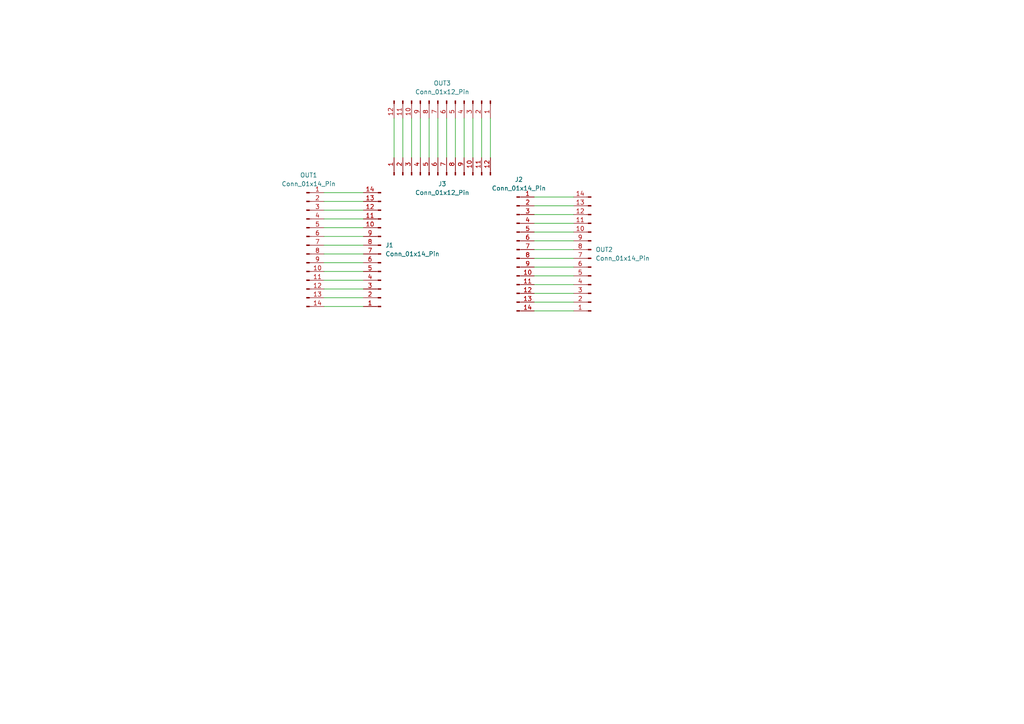
<source format=kicad_sch>
(kicad_sch (version 20230121) (generator eeschema)

  (uuid 94091b7a-adfc-4788-8a89-35b14b3100ed)

  (paper "A4")

  (lib_symbols
    (symbol "Connector:Conn_01x12_Pin" (pin_names (offset 1.016) hide) (in_bom yes) (on_board yes)
      (property "Reference" "J" (at 0 15.24 0)
        (effects (font (size 1.27 1.27)))
      )
      (property "Value" "Conn_01x12_Pin" (at 0 -17.78 0)
        (effects (font (size 1.27 1.27)))
      )
      (property "Footprint" "" (at 0 0 0)
        (effects (font (size 1.27 1.27)) hide)
      )
      (property "Datasheet" "~" (at 0 0 0)
        (effects (font (size 1.27 1.27)) hide)
      )
      (property "ki_locked" "" (at 0 0 0)
        (effects (font (size 1.27 1.27)))
      )
      (property "ki_keywords" "connector" (at 0 0 0)
        (effects (font (size 1.27 1.27)) hide)
      )
      (property "ki_description" "Generic connector, single row, 01x12, script generated" (at 0 0 0)
        (effects (font (size 1.27 1.27)) hide)
      )
      (property "ki_fp_filters" "Connector*:*_1x??_*" (at 0 0 0)
        (effects (font (size 1.27 1.27)) hide)
      )
      (symbol "Conn_01x12_Pin_1_1"
        (polyline
          (pts
            (xy 1.27 -15.24)
            (xy 0.8636 -15.24)
          )
          (stroke (width 0.1524) (type default))
          (fill (type none))
        )
        (polyline
          (pts
            (xy 1.27 -12.7)
            (xy 0.8636 -12.7)
          )
          (stroke (width 0.1524) (type default))
          (fill (type none))
        )
        (polyline
          (pts
            (xy 1.27 -10.16)
            (xy 0.8636 -10.16)
          )
          (stroke (width 0.1524) (type default))
          (fill (type none))
        )
        (polyline
          (pts
            (xy 1.27 -7.62)
            (xy 0.8636 -7.62)
          )
          (stroke (width 0.1524) (type default))
          (fill (type none))
        )
        (polyline
          (pts
            (xy 1.27 -5.08)
            (xy 0.8636 -5.08)
          )
          (stroke (width 0.1524) (type default))
          (fill (type none))
        )
        (polyline
          (pts
            (xy 1.27 -2.54)
            (xy 0.8636 -2.54)
          )
          (stroke (width 0.1524) (type default))
          (fill (type none))
        )
        (polyline
          (pts
            (xy 1.27 0)
            (xy 0.8636 0)
          )
          (stroke (width 0.1524) (type default))
          (fill (type none))
        )
        (polyline
          (pts
            (xy 1.27 2.54)
            (xy 0.8636 2.54)
          )
          (stroke (width 0.1524) (type default))
          (fill (type none))
        )
        (polyline
          (pts
            (xy 1.27 5.08)
            (xy 0.8636 5.08)
          )
          (stroke (width 0.1524) (type default))
          (fill (type none))
        )
        (polyline
          (pts
            (xy 1.27 7.62)
            (xy 0.8636 7.62)
          )
          (stroke (width 0.1524) (type default))
          (fill (type none))
        )
        (polyline
          (pts
            (xy 1.27 10.16)
            (xy 0.8636 10.16)
          )
          (stroke (width 0.1524) (type default))
          (fill (type none))
        )
        (polyline
          (pts
            (xy 1.27 12.7)
            (xy 0.8636 12.7)
          )
          (stroke (width 0.1524) (type default))
          (fill (type none))
        )
        (rectangle (start 0.8636 -15.113) (end 0 -15.367)
          (stroke (width 0.1524) (type default))
          (fill (type outline))
        )
        (rectangle (start 0.8636 -12.573) (end 0 -12.827)
          (stroke (width 0.1524) (type default))
          (fill (type outline))
        )
        (rectangle (start 0.8636 -10.033) (end 0 -10.287)
          (stroke (width 0.1524) (type default))
          (fill (type outline))
        )
        (rectangle (start 0.8636 -7.493) (end 0 -7.747)
          (stroke (width 0.1524) (type default))
          (fill (type outline))
        )
        (rectangle (start 0.8636 -4.953) (end 0 -5.207)
          (stroke (width 0.1524) (type default))
          (fill (type outline))
        )
        (rectangle (start 0.8636 -2.413) (end 0 -2.667)
          (stroke (width 0.1524) (type default))
          (fill (type outline))
        )
        (rectangle (start 0.8636 0.127) (end 0 -0.127)
          (stroke (width 0.1524) (type default))
          (fill (type outline))
        )
        (rectangle (start 0.8636 2.667) (end 0 2.413)
          (stroke (width 0.1524) (type default))
          (fill (type outline))
        )
        (rectangle (start 0.8636 5.207) (end 0 4.953)
          (stroke (width 0.1524) (type default))
          (fill (type outline))
        )
        (rectangle (start 0.8636 7.747) (end 0 7.493)
          (stroke (width 0.1524) (type default))
          (fill (type outline))
        )
        (rectangle (start 0.8636 10.287) (end 0 10.033)
          (stroke (width 0.1524) (type default))
          (fill (type outline))
        )
        (rectangle (start 0.8636 12.827) (end 0 12.573)
          (stroke (width 0.1524) (type default))
          (fill (type outline))
        )
        (pin passive line (at 5.08 12.7 180) (length 3.81)
          (name "Pin_1" (effects (font (size 1.27 1.27))))
          (number "1" (effects (font (size 1.27 1.27))))
        )
        (pin passive line (at 5.08 -10.16 180) (length 3.81)
          (name "Pin_10" (effects (font (size 1.27 1.27))))
          (number "10" (effects (font (size 1.27 1.27))))
        )
        (pin passive line (at 5.08 -12.7 180) (length 3.81)
          (name "Pin_11" (effects (font (size 1.27 1.27))))
          (number "11" (effects (font (size 1.27 1.27))))
        )
        (pin passive line (at 5.08 -15.24 180) (length 3.81)
          (name "Pin_12" (effects (font (size 1.27 1.27))))
          (number "12" (effects (font (size 1.27 1.27))))
        )
        (pin passive line (at 5.08 10.16 180) (length 3.81)
          (name "Pin_2" (effects (font (size 1.27 1.27))))
          (number "2" (effects (font (size 1.27 1.27))))
        )
        (pin passive line (at 5.08 7.62 180) (length 3.81)
          (name "Pin_3" (effects (font (size 1.27 1.27))))
          (number "3" (effects (font (size 1.27 1.27))))
        )
        (pin passive line (at 5.08 5.08 180) (length 3.81)
          (name "Pin_4" (effects (font (size 1.27 1.27))))
          (number "4" (effects (font (size 1.27 1.27))))
        )
        (pin passive line (at 5.08 2.54 180) (length 3.81)
          (name "Pin_5" (effects (font (size 1.27 1.27))))
          (number "5" (effects (font (size 1.27 1.27))))
        )
        (pin passive line (at 5.08 0 180) (length 3.81)
          (name "Pin_6" (effects (font (size 1.27 1.27))))
          (number "6" (effects (font (size 1.27 1.27))))
        )
        (pin passive line (at 5.08 -2.54 180) (length 3.81)
          (name "Pin_7" (effects (font (size 1.27 1.27))))
          (number "7" (effects (font (size 1.27 1.27))))
        )
        (pin passive line (at 5.08 -5.08 180) (length 3.81)
          (name "Pin_8" (effects (font (size 1.27 1.27))))
          (number "8" (effects (font (size 1.27 1.27))))
        )
        (pin passive line (at 5.08 -7.62 180) (length 3.81)
          (name "Pin_9" (effects (font (size 1.27 1.27))))
          (number "9" (effects (font (size 1.27 1.27))))
        )
      )
    )
    (symbol "Connector:Conn_01x14_Pin" (pin_names (offset 1.016) hide) (in_bom yes) (on_board yes)
      (property "Reference" "J" (at 0 17.78 0)
        (effects (font (size 1.27 1.27)))
      )
      (property "Value" "Conn_01x14_Pin" (at 0 -20.32 0)
        (effects (font (size 1.27 1.27)))
      )
      (property "Footprint" "" (at 0 0 0)
        (effects (font (size 1.27 1.27)) hide)
      )
      (property "Datasheet" "~" (at 0 0 0)
        (effects (font (size 1.27 1.27)) hide)
      )
      (property "ki_locked" "" (at 0 0 0)
        (effects (font (size 1.27 1.27)))
      )
      (property "ki_keywords" "connector" (at 0 0 0)
        (effects (font (size 1.27 1.27)) hide)
      )
      (property "ki_description" "Generic connector, single row, 01x14, script generated" (at 0 0 0)
        (effects (font (size 1.27 1.27)) hide)
      )
      (property "ki_fp_filters" "Connector*:*_1x??_*" (at 0 0 0)
        (effects (font (size 1.27 1.27)) hide)
      )
      (symbol "Conn_01x14_Pin_1_1"
        (polyline
          (pts
            (xy 1.27 -17.78)
            (xy 0.8636 -17.78)
          )
          (stroke (width 0.1524) (type default))
          (fill (type none))
        )
        (polyline
          (pts
            (xy 1.27 -15.24)
            (xy 0.8636 -15.24)
          )
          (stroke (width 0.1524) (type default))
          (fill (type none))
        )
        (polyline
          (pts
            (xy 1.27 -12.7)
            (xy 0.8636 -12.7)
          )
          (stroke (width 0.1524) (type default))
          (fill (type none))
        )
        (polyline
          (pts
            (xy 1.27 -10.16)
            (xy 0.8636 -10.16)
          )
          (stroke (width 0.1524) (type default))
          (fill (type none))
        )
        (polyline
          (pts
            (xy 1.27 -7.62)
            (xy 0.8636 -7.62)
          )
          (stroke (width 0.1524) (type default))
          (fill (type none))
        )
        (polyline
          (pts
            (xy 1.27 -5.08)
            (xy 0.8636 -5.08)
          )
          (stroke (width 0.1524) (type default))
          (fill (type none))
        )
        (polyline
          (pts
            (xy 1.27 -2.54)
            (xy 0.8636 -2.54)
          )
          (stroke (width 0.1524) (type default))
          (fill (type none))
        )
        (polyline
          (pts
            (xy 1.27 0)
            (xy 0.8636 0)
          )
          (stroke (width 0.1524) (type default))
          (fill (type none))
        )
        (polyline
          (pts
            (xy 1.27 2.54)
            (xy 0.8636 2.54)
          )
          (stroke (width 0.1524) (type default))
          (fill (type none))
        )
        (polyline
          (pts
            (xy 1.27 5.08)
            (xy 0.8636 5.08)
          )
          (stroke (width 0.1524) (type default))
          (fill (type none))
        )
        (polyline
          (pts
            (xy 1.27 7.62)
            (xy 0.8636 7.62)
          )
          (stroke (width 0.1524) (type default))
          (fill (type none))
        )
        (polyline
          (pts
            (xy 1.27 10.16)
            (xy 0.8636 10.16)
          )
          (stroke (width 0.1524) (type default))
          (fill (type none))
        )
        (polyline
          (pts
            (xy 1.27 12.7)
            (xy 0.8636 12.7)
          )
          (stroke (width 0.1524) (type default))
          (fill (type none))
        )
        (polyline
          (pts
            (xy 1.27 15.24)
            (xy 0.8636 15.24)
          )
          (stroke (width 0.1524) (type default))
          (fill (type none))
        )
        (rectangle (start 0.8636 -17.653) (end 0 -17.907)
          (stroke (width 0.1524) (type default))
          (fill (type outline))
        )
        (rectangle (start 0.8636 -15.113) (end 0 -15.367)
          (stroke (width 0.1524) (type default))
          (fill (type outline))
        )
        (rectangle (start 0.8636 -12.573) (end 0 -12.827)
          (stroke (width 0.1524) (type default))
          (fill (type outline))
        )
        (rectangle (start 0.8636 -10.033) (end 0 -10.287)
          (stroke (width 0.1524) (type default))
          (fill (type outline))
        )
        (rectangle (start 0.8636 -7.493) (end 0 -7.747)
          (stroke (width 0.1524) (type default))
          (fill (type outline))
        )
        (rectangle (start 0.8636 -4.953) (end 0 -5.207)
          (stroke (width 0.1524) (type default))
          (fill (type outline))
        )
        (rectangle (start 0.8636 -2.413) (end 0 -2.667)
          (stroke (width 0.1524) (type default))
          (fill (type outline))
        )
        (rectangle (start 0.8636 0.127) (end 0 -0.127)
          (stroke (width 0.1524) (type default))
          (fill (type outline))
        )
        (rectangle (start 0.8636 2.667) (end 0 2.413)
          (stroke (width 0.1524) (type default))
          (fill (type outline))
        )
        (rectangle (start 0.8636 5.207) (end 0 4.953)
          (stroke (width 0.1524) (type default))
          (fill (type outline))
        )
        (rectangle (start 0.8636 7.747) (end 0 7.493)
          (stroke (width 0.1524) (type default))
          (fill (type outline))
        )
        (rectangle (start 0.8636 10.287) (end 0 10.033)
          (stroke (width 0.1524) (type default))
          (fill (type outline))
        )
        (rectangle (start 0.8636 12.827) (end 0 12.573)
          (stroke (width 0.1524) (type default))
          (fill (type outline))
        )
        (rectangle (start 0.8636 15.367) (end 0 15.113)
          (stroke (width 0.1524) (type default))
          (fill (type outline))
        )
        (pin passive line (at 5.08 15.24 180) (length 3.81)
          (name "Pin_1" (effects (font (size 1.27 1.27))))
          (number "1" (effects (font (size 1.27 1.27))))
        )
        (pin passive line (at 5.08 -7.62 180) (length 3.81)
          (name "Pin_10" (effects (font (size 1.27 1.27))))
          (number "10" (effects (font (size 1.27 1.27))))
        )
        (pin passive line (at 5.08 -10.16 180) (length 3.81)
          (name "Pin_11" (effects (font (size 1.27 1.27))))
          (number "11" (effects (font (size 1.27 1.27))))
        )
        (pin passive line (at 5.08 -12.7 180) (length 3.81)
          (name "Pin_12" (effects (font (size 1.27 1.27))))
          (number "12" (effects (font (size 1.27 1.27))))
        )
        (pin passive line (at 5.08 -15.24 180) (length 3.81)
          (name "Pin_13" (effects (font (size 1.27 1.27))))
          (number "13" (effects (font (size 1.27 1.27))))
        )
        (pin passive line (at 5.08 -17.78 180) (length 3.81)
          (name "Pin_14" (effects (font (size 1.27 1.27))))
          (number "14" (effects (font (size 1.27 1.27))))
        )
        (pin passive line (at 5.08 12.7 180) (length 3.81)
          (name "Pin_2" (effects (font (size 1.27 1.27))))
          (number "2" (effects (font (size 1.27 1.27))))
        )
        (pin passive line (at 5.08 10.16 180) (length 3.81)
          (name "Pin_3" (effects (font (size 1.27 1.27))))
          (number "3" (effects (font (size 1.27 1.27))))
        )
        (pin passive line (at 5.08 7.62 180) (length 3.81)
          (name "Pin_4" (effects (font (size 1.27 1.27))))
          (number "4" (effects (font (size 1.27 1.27))))
        )
        (pin passive line (at 5.08 5.08 180) (length 3.81)
          (name "Pin_5" (effects (font (size 1.27 1.27))))
          (number "5" (effects (font (size 1.27 1.27))))
        )
        (pin passive line (at 5.08 2.54 180) (length 3.81)
          (name "Pin_6" (effects (font (size 1.27 1.27))))
          (number "6" (effects (font (size 1.27 1.27))))
        )
        (pin passive line (at 5.08 0 180) (length 3.81)
          (name "Pin_7" (effects (font (size 1.27 1.27))))
          (number "7" (effects (font (size 1.27 1.27))))
        )
        (pin passive line (at 5.08 -2.54 180) (length 3.81)
          (name "Pin_8" (effects (font (size 1.27 1.27))))
          (number "8" (effects (font (size 1.27 1.27))))
        )
        (pin passive line (at 5.08 -5.08 180) (length 3.81)
          (name "Pin_9" (effects (font (size 1.27 1.27))))
          (number "9" (effects (font (size 1.27 1.27))))
        )
      )
    )
  )


  (wire (pts (xy 142.24 45.72) (xy 142.24 34.29))
    (stroke (width 0) (type default))
    (uuid 05e9dbd8-7c56-439c-8670-8137f154c7f0)
  )
  (wire (pts (xy 154.94 77.47) (xy 166.37 77.47))
    (stroke (width 0) (type default))
    (uuid 0cdd11f6-1ed3-468a-bd61-28803a1ca09a)
  )
  (wire (pts (xy 154.94 64.77) (xy 166.37 64.77))
    (stroke (width 0) (type default))
    (uuid 0cf4a574-f286-412a-af45-da95cc4c967f)
  )
  (wire (pts (xy 93.98 76.2) (xy 105.41 76.2))
    (stroke (width 0) (type default))
    (uuid 24561598-15d1-43c8-a3b7-2af1c89a555f)
  )
  (wire (pts (xy 154.94 82.55) (xy 166.37 82.55))
    (stroke (width 0) (type default))
    (uuid 247977e8-3db2-4c19-aaa3-005763c4c25c)
  )
  (wire (pts (xy 154.94 87.63) (xy 166.37 87.63))
    (stroke (width 0) (type default))
    (uuid 2de7d8e4-96f1-4365-bc9d-3f3e5975eaaf)
  )
  (wire (pts (xy 154.94 90.17) (xy 166.37 90.17))
    (stroke (width 0) (type default))
    (uuid 2f330616-8120-44cb-b085-f5929940bd9b)
  )
  (wire (pts (xy 93.98 88.9) (xy 105.41 88.9))
    (stroke (width 0) (type default))
    (uuid 3611ef51-4bce-4ff6-8fd5-fb6888fe342c)
  )
  (wire (pts (xy 93.98 86.36) (xy 105.41 86.36))
    (stroke (width 0) (type default))
    (uuid 3f563dd9-8aca-4eda-a1a3-b04ebfa6cae1)
  )
  (wire (pts (xy 93.98 78.74) (xy 105.41 78.74))
    (stroke (width 0) (type default))
    (uuid 41eb2e75-dec7-4fbf-9b1d-213049fd708a)
  )
  (wire (pts (xy 121.92 45.72) (xy 121.92 34.29))
    (stroke (width 0) (type default))
    (uuid 4366192f-1b9b-43fe-9304-21f452e25309)
  )
  (wire (pts (xy 139.7 45.72) (xy 139.7 34.29))
    (stroke (width 0) (type default))
    (uuid 4d9788cb-c47e-4fef-bfaf-4c5c7a7c19dc)
  )
  (wire (pts (xy 93.98 63.5) (xy 105.41 63.5))
    (stroke (width 0) (type default))
    (uuid 4f07e8f4-334e-4b24-8415-df41b620c89c)
  )
  (wire (pts (xy 93.98 58.42) (xy 105.41 58.42))
    (stroke (width 0) (type default))
    (uuid 578e4ca9-09ca-416f-97c0-49df0edfc12f)
  )
  (wire (pts (xy 154.94 85.09) (xy 166.37 85.09))
    (stroke (width 0) (type default))
    (uuid 5acab594-8957-462c-b72c-186ae65fa57f)
  )
  (wire (pts (xy 154.94 74.93) (xy 166.37 74.93))
    (stroke (width 0) (type default))
    (uuid 5e5c7bdc-b403-4e03-a2d2-6074b5d2dd2d)
  )
  (wire (pts (xy 154.94 72.39) (xy 166.37 72.39))
    (stroke (width 0) (type default))
    (uuid 63a6fdb4-be3f-4499-b232-b23d02c91cb5)
  )
  (wire (pts (xy 119.38 45.72) (xy 119.38 34.29))
    (stroke (width 0) (type default))
    (uuid 6936bca7-d955-4174-a17e-12ac7baf8f3e)
  )
  (wire (pts (xy 93.98 55.88) (xy 105.41 55.88))
    (stroke (width 0) (type default))
    (uuid 74f60d71-0909-4180-b4ab-f49302c15c41)
  )
  (wire (pts (xy 134.62 45.72) (xy 134.62 34.29))
    (stroke (width 0) (type default))
    (uuid 79e52a8b-a3b6-4373-abb9-7f2700e68c4f)
  )
  (wire (pts (xy 114.3 45.72) (xy 114.3 34.29))
    (stroke (width 0) (type default))
    (uuid 7b3c4514-d920-48d6-a89f-bc7e14e2db0f)
  )
  (wire (pts (xy 93.98 81.28) (xy 105.41 81.28))
    (stroke (width 0) (type default))
    (uuid 7b5913d2-0864-4307-b01f-8d3188235242)
  )
  (wire (pts (xy 154.94 69.85) (xy 166.37 69.85))
    (stroke (width 0) (type default))
    (uuid 8a80bbbf-1bf8-4676-b54c-e963568662d3)
  )
  (wire (pts (xy 154.94 67.31) (xy 166.37 67.31))
    (stroke (width 0) (type default))
    (uuid 9046685d-0897-4406-a9da-cc626ff71fda)
  )
  (wire (pts (xy 129.54 45.72) (xy 129.54 34.29))
    (stroke (width 0) (type default))
    (uuid a3b5db00-8590-45a9-a2c9-cab54c97077c)
  )
  (wire (pts (xy 116.84 45.72) (xy 116.84 34.29))
    (stroke (width 0) (type default))
    (uuid a58afcad-5e48-42e8-8388-b408503494b1)
  )
  (wire (pts (xy 137.16 45.72) (xy 137.16 34.29))
    (stroke (width 0) (type default))
    (uuid a6e3f4e4-9e0f-4f29-8310-1cdc2654cd21)
  )
  (wire (pts (xy 154.94 62.23) (xy 166.37 62.23))
    (stroke (width 0) (type default))
    (uuid bead4281-1a73-463b-8120-bdaff250f0ab)
  )
  (wire (pts (xy 127 45.72) (xy 127 34.29))
    (stroke (width 0) (type default))
    (uuid bff1b007-c8e5-4b24-8fa9-cfe427a341cf)
  )
  (wire (pts (xy 124.46 45.72) (xy 124.46 34.29))
    (stroke (width 0) (type default))
    (uuid c1042e64-57e0-4f50-994c-87fac61b8154)
  )
  (wire (pts (xy 154.94 59.69) (xy 166.37 59.69))
    (stroke (width 0) (type default))
    (uuid cca4d87c-c90e-430e-90f4-1a1adf33c60e)
  )
  (wire (pts (xy 93.98 68.58) (xy 105.41 68.58))
    (stroke (width 0) (type default))
    (uuid cf4d72d0-15f2-456d-b32d-9f5de2d2fc0a)
  )
  (wire (pts (xy 154.94 80.01) (xy 166.37 80.01))
    (stroke (width 0) (type default))
    (uuid d82cd62d-a3c5-4866-93b6-5b61e7fd7f63)
  )
  (wire (pts (xy 93.98 83.82) (xy 105.41 83.82))
    (stroke (width 0) (type default))
    (uuid d91366fe-4e5c-4764-8131-b9883c69d9ce)
  )
  (wire (pts (xy 154.94 57.15) (xy 166.37 57.15))
    (stroke (width 0) (type default))
    (uuid dba1217c-b392-4a5a-bce0-10dca8ec9f08)
  )
  (wire (pts (xy 93.98 73.66) (xy 105.41 73.66))
    (stroke (width 0) (type default))
    (uuid e2d5a17f-15b3-4c4e-8e0e-a41a810db7b6)
  )
  (wire (pts (xy 93.98 66.04) (xy 105.41 66.04))
    (stroke (width 0) (type default))
    (uuid e3899ec2-3a6f-4226-99b4-9e120dac9365)
  )
  (wire (pts (xy 93.98 60.96) (xy 105.41 60.96))
    (stroke (width 0) (type default))
    (uuid e793d76c-2fe7-4bd8-beca-0b0182dfe805)
  )
  (wire (pts (xy 132.08 45.72) (xy 132.08 34.29))
    (stroke (width 0) (type default))
    (uuid f2092c06-3555-43ca-ad59-6805f70fd3da)
  )
  (wire (pts (xy 93.98 71.12) (xy 105.41 71.12))
    (stroke (width 0) (type default))
    (uuid fa6681b8-b250-4437-a722-9ddd3ddeb102)
  )

  (symbol (lib_id "Connector:Conn_01x12_Pin") (at 129.54 29.21 270) (unit 1)
    (in_bom yes) (on_board yes) (dnp no) (fields_autoplaced)
    (uuid 08073eda-06f0-4713-81af-7a0e46cbde01)
    (property "Reference" "OUT3" (at 128.27 24.13 90)
      (effects (font (size 1.27 1.27)))
    )
    (property "Value" "Conn_01x12_Pin" (at 128.27 26.67 90)
      (effects (font (size 1.27 1.27)))
    )
    (property "Footprint" "Connector_PinSocket_2.54mm:PinSocket_1x12_P2.54mm_Vertical" (at 129.54 29.21 0)
      (effects (font (size 1.27 1.27)) hide)
    )
    (property "Datasheet" "~" (at 129.54 29.21 0)
      (effects (font (size 1.27 1.27)) hide)
    )
    (pin "1" (uuid e2d0bb43-a22a-4476-918c-dc874fc65016))
    (pin "10" (uuid 0405b29d-272c-4559-9223-bbc4579cbeb0))
    (pin "11" (uuid 12224503-8694-4a00-ab08-3501f6aa0f73))
    (pin "12" (uuid 49cdc020-de8f-42e5-89f5-c8e026371dcf))
    (pin "2" (uuid 1c7e3391-e255-4881-b872-af8c74490d68))
    (pin "3" (uuid 9b568a32-a3db-4026-af22-45739fcc50b2))
    (pin "4" (uuid 7977ab5a-8c9b-44ad-a396-7854dbcc733c))
    (pin "5" (uuid 73adaa7f-e0cf-4191-b6df-ff00eb0b5af0))
    (pin "6" (uuid d03a84d5-1618-48aa-b6c3-585c078c2064))
    (pin "7" (uuid 8efffc82-f0a5-4cdc-a43d-3bec4ab73438))
    (pin "8" (uuid 1c79e18f-3fa3-43c3-b2b6-7e4ebd97be1a))
    (pin "9" (uuid 6ad9daee-d24c-44c0-99ee-20114fbc9a31))
    (instances
      (project "test"
        (path "/94091b7a-adfc-4788-8a89-35b14b3100ed"
          (reference "OUT3") (unit 1)
        )
      )
    )
  )

  (symbol (lib_id "Connector:Conn_01x14_Pin") (at 171.45 74.93 180) (unit 1)
    (in_bom yes) (on_board yes) (dnp no) (fields_autoplaced)
    (uuid 28327401-cced-4ef5-8dae-fdfa04e2b0ab)
    (property "Reference" "OUT2" (at 172.72 72.39 0)
      (effects (font (size 1.27 1.27)) (justify right))
    )
    (property "Value" "Conn_01x14_Pin" (at 172.72 74.93 0)
      (effects (font (size 1.27 1.27)) (justify right))
    )
    (property "Footprint" "Connector_PinSocket_2.54mm:PinSocket_1x14_P2.54mm_Vertical" (at 171.45 74.93 0)
      (effects (font (size 1.27 1.27)) hide)
    )
    (property "Datasheet" "~" (at 171.45 74.93 0)
      (effects (font (size 1.27 1.27)) hide)
    )
    (pin "1" (uuid cedb4aa9-f56f-46e2-95b6-597410fa7452))
    (pin "10" (uuid d534a29f-95d0-41fe-a903-7c11e6c5f71a))
    (pin "11" (uuid 413ce6d8-3c1f-4699-b9c9-68231fdf1647))
    (pin "12" (uuid 7e522843-1e36-488d-bf73-073995e2b2de))
    (pin "13" (uuid 44f61c78-e4d9-4b8f-a196-0f279ac40c74))
    (pin "14" (uuid 0ce798af-a05a-4345-a57b-f354802c675c))
    (pin "2" (uuid 1aadd5e9-b864-43c4-9c37-763dd2de1e1e))
    (pin "3" (uuid 89ffe114-eeb6-451c-8573-367987188073))
    (pin "4" (uuid 9e7a3643-3621-48d3-919d-40062d22a967))
    (pin "5" (uuid f3050824-5af6-4851-a963-036a93fe48bb))
    (pin "6" (uuid 90c0743c-ec30-4807-9e87-44b438496852))
    (pin "7" (uuid d97f1f1b-a082-482f-a540-adb0d1352219))
    (pin "8" (uuid d1b19579-9722-43c6-b053-b750dec13a1f))
    (pin "9" (uuid 65ac3a14-f9ff-44d1-b339-a99eee76d44d))
    (instances
      (project "test"
        (path "/94091b7a-adfc-4788-8a89-35b14b3100ed"
          (reference "OUT2") (unit 1)
        )
      )
    )
  )

  (symbol (lib_id "Connector:Conn_01x14_Pin") (at 149.86 72.39 0) (unit 1)
    (in_bom yes) (on_board yes) (dnp no) (fields_autoplaced)
    (uuid 50663cf8-0e7b-4741-a869-4c55f9c44d50)
    (property "Reference" "J2" (at 150.495 52.07 0)
      (effects (font (size 1.27 1.27)))
    )
    (property "Value" "Conn_01x14_Pin" (at 150.495 54.61 0)
      (effects (font (size 1.27 1.27)))
    )
    (property "Footprint" "Connector_PinHeader_1.27mm:PinHeader_1x14_P1.27mm_Vertical" (at 149.86 72.39 0)
      (effects (font (size 1.27 1.27)) hide)
    )
    (property "Datasheet" "~" (at 149.86 72.39 0)
      (effects (font (size 1.27 1.27)) hide)
    )
    (pin "1" (uuid c64be141-f9cd-445f-a407-dbc106906c9b))
    (pin "10" (uuid de60deee-3d77-416d-a46a-d313797e9256))
    (pin "11" (uuid 1a2c4e51-bc24-4a17-9094-627d75d0cfdc))
    (pin "12" (uuid 21c5a3e6-3cbd-45bd-8065-13758d5eb5f4))
    (pin "13" (uuid 0eb76745-0c6d-4662-9bee-872fb92fb139))
    (pin "14" (uuid d8938031-8ee9-437b-903c-d2f1267bdeff))
    (pin "2" (uuid d7f5a7d3-be8b-46ce-a1f8-1ab8d584d6e5))
    (pin "3" (uuid 08b1101d-2eb2-4d16-b154-70676d9fac3f))
    (pin "4" (uuid e6ff359c-29dc-43fa-991e-3c2fff2ad285))
    (pin "5" (uuid 588e2501-559a-4b9d-aee1-3e69316bcfd6))
    (pin "6" (uuid 9e5590ed-ec30-4b72-a4f9-8a248787ea70))
    (pin "7" (uuid 8720299a-b7e9-4796-af84-4fb804364e76))
    (pin "8" (uuid 5d581c79-a166-4fde-829d-bf9519f4a11d))
    (pin "9" (uuid 7cc61f71-6340-4398-8fb0-8fcd5c6c22fe))
    (instances
      (project "test"
        (path "/94091b7a-adfc-4788-8a89-35b14b3100ed"
          (reference "J2") (unit 1)
        )
      )
    )
  )

  (symbol (lib_id "Connector:Conn_01x14_Pin") (at 88.9 71.12 0) (unit 1)
    (in_bom yes) (on_board yes) (dnp no) (fields_autoplaced)
    (uuid 7cecebe3-d54d-4272-988a-68f2496efb6d)
    (property "Reference" "OUT1" (at 89.535 50.8 0)
      (effects (font (size 1.27 1.27)))
    )
    (property "Value" "Conn_01x14_Pin" (at 89.535 53.34 0)
      (effects (font (size 1.27 1.27)))
    )
    (property "Footprint" "Connector_PinSocket_2.54mm:PinSocket_1x14_P2.54mm_Vertical" (at 88.9 71.12 0)
      (effects (font (size 1.27 1.27)) hide)
    )
    (property "Datasheet" "~" (at 88.9 71.12 0)
      (effects (font (size 1.27 1.27)) hide)
    )
    (pin "1" (uuid c6463c85-d65f-4e10-a61b-06a8e41bfbce))
    (pin "10" (uuid 35bc36bf-ede0-4467-be81-ed2fa51f8d7f))
    (pin "11" (uuid 9e1024c3-2df7-4025-b887-670fcb67aa41))
    (pin "12" (uuid e9e4aaae-a171-4438-aa76-81b7278d9797))
    (pin "13" (uuid 196ad8f8-0c02-46cc-b3c5-c6506ec7f26d))
    (pin "14" (uuid 04e35943-7437-4f30-a5ee-38b06073cc5e))
    (pin "2" (uuid 27ae459d-1a03-4d39-bc7b-bfef1fe7d361))
    (pin "3" (uuid e6764cec-8a1b-4a2c-a14b-3e0dd4d7f7ab))
    (pin "4" (uuid c8fa5443-ee38-45db-83c8-73ff41a1f6de))
    (pin "5" (uuid 97d24a17-89ad-4524-befc-b004244af892))
    (pin "6" (uuid 1054fec7-9688-4de1-933d-a170e58c4a96))
    (pin "7" (uuid 0d95b5d1-62b0-4ea7-af27-53c6f251e342))
    (pin "8" (uuid 1d28aba3-6eb4-40d6-b963-170072b5e2b9))
    (pin "9" (uuid bd185ae1-9189-4c19-a348-45bbcc35c6c9))
    (instances
      (project "test"
        (path "/94091b7a-adfc-4788-8a89-35b14b3100ed"
          (reference "OUT1") (unit 1)
        )
      )
    )
  )

  (symbol (lib_id "Connector:Conn_01x14_Pin") (at 110.49 73.66 180) (unit 1)
    (in_bom yes) (on_board yes) (dnp no) (fields_autoplaced)
    (uuid 86216bef-be83-4ca4-b110-d0edfd50a1ce)
    (property "Reference" "J1" (at 111.76 71.12 0)
      (effects (font (size 1.27 1.27)) (justify right))
    )
    (property "Value" "Conn_01x14_Pin" (at 111.76 73.66 0)
      (effects (font (size 1.27 1.27)) (justify right))
    )
    (property "Footprint" "Connector_PinHeader_1.27mm:PinHeader_1x14_P1.27mm_Vertical" (at 110.49 73.66 0)
      (effects (font (size 1.27 1.27)) hide)
    )
    (property "Datasheet" "~" (at 110.49 73.66 0)
      (effects (font (size 1.27 1.27)) hide)
    )
    (pin "1" (uuid ae6339e6-fd1b-44e8-83da-33760010b925))
    (pin "10" (uuid 18ecb18b-903c-49ea-9a8b-e6b3c0ecb615))
    (pin "11" (uuid 727d2859-3ba9-4d43-980d-06f30d49f9eb))
    (pin "12" (uuid 376a0aec-30fe-4630-a0cd-b46849b3c45b))
    (pin "13" (uuid 81a2cf1d-e3c0-4ec4-9cb3-d8784a74a64b))
    (pin "14" (uuid e9668fbf-dd12-4b5e-b96b-0e7527c9bd51))
    (pin "2" (uuid 735e6527-94b1-4f80-a66d-81232f2ae5fe))
    (pin "3" (uuid e730383e-ada0-4b3e-bfaa-23bb0372aa08))
    (pin "4" (uuid 4763c21b-5eaa-41b6-8e2f-e72cf8eb5357))
    (pin "5" (uuid d49dbbee-9ada-4e71-9dc6-a456a9d6925b))
    (pin "6" (uuid 451dbfaa-5109-4b37-97b8-3b8d0ce82995))
    (pin "7" (uuid abc4e123-d442-4a03-abfb-15a2dc0e1691))
    (pin "8" (uuid 420f3cc1-9017-45b0-adcc-ade91cd74c8e))
    (pin "9" (uuid 164d8dfc-24c3-4d04-b457-1f1ae98572cd))
    (instances
      (project "test"
        (path "/94091b7a-adfc-4788-8a89-35b14b3100ed"
          (reference "J1") (unit 1)
        )
      )
    )
  )

  (symbol (lib_id "Connector:Conn_01x12_Pin") (at 127 50.8 90) (unit 1)
    (in_bom yes) (on_board yes) (dnp no) (fields_autoplaced)
    (uuid 8d281251-d7f2-4c3b-80a7-1733f342f63b)
    (property "Reference" "J3" (at 128.27 53.34 90)
      (effects (font (size 1.27 1.27)))
    )
    (property "Value" "Conn_01x12_Pin" (at 128.27 55.88 90)
      (effects (font (size 1.27 1.27)))
    )
    (property "Footprint" "Connector_PinHeader_1.27mm:PinHeader_1x12_P1.27mm_Vertical" (at 127 50.8 0)
      (effects (font (size 1.27 1.27)) hide)
    )
    (property "Datasheet" "~" (at 127 50.8 0)
      (effects (font (size 1.27 1.27)) hide)
    )
    (pin "1" (uuid 1631005b-172b-43f0-b31a-a4654b89983d))
    (pin "10" (uuid fc6d324b-e814-4e1f-ac0c-625384e52c28))
    (pin "11" (uuid 939fde2e-56b3-4d0c-8f1f-1cbf8e36c6ac))
    (pin "12" (uuid ceb45732-1a47-4800-85b0-0f06055fd4ab))
    (pin "2" (uuid e94c6c57-d433-4cb4-8d43-2fccb86c0041))
    (pin "3" (uuid 6d2ade2d-6f07-40f2-afb4-cd2f5e8f9ace))
    (pin "4" (uuid 0b236327-9467-4b89-ac12-6a8480fa973c))
    (pin "5" (uuid c3c68a89-d4c2-4dcf-95bb-97b3227544af))
    (pin "6" (uuid 658b1065-de0f-4a41-9f3b-69c0a69cfe3c))
    (pin "7" (uuid ab053561-6a3b-48ec-9d13-512eefb61ab7))
    (pin "8" (uuid 6ad2d339-19d3-4b51-af1a-89ac37db1028))
    (pin "9" (uuid 12c4f55f-2b4d-4073-98a7-99124705a63e))
    (instances
      (project "test"
        (path "/94091b7a-adfc-4788-8a89-35b14b3100ed"
          (reference "J3") (unit 1)
        )
      )
    )
  )

  (sheet_instances
    (path "/" (page "1"))
  )
)

</source>
